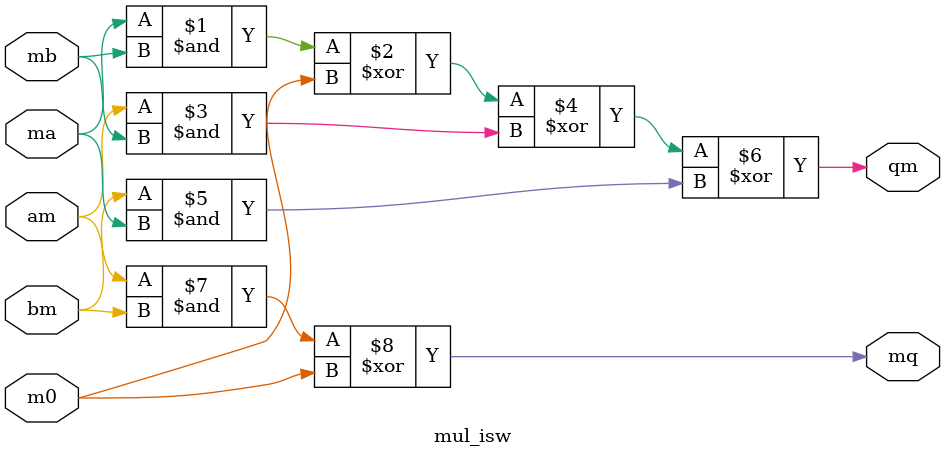
<source format=v>

module mul_isw (am, ma, bm, mb, m0, qm, mq);

  input      am;

  input      ma;

  input      bm;

  input      mb;

  input      m0;

  output     qm;

  output     mq;

 

  wire      am;

  wire      ma;

  wire      bm;

  wire      mb;

  wire      m0;

  reg     qm;

  reg     mq;

 

  assign qm = (ma & mb) ^ m0 ^ (am & mb) ^ (bm & ma);

  assign mq = (am & bm)  ^ m0;

 

endmodule

</source>
